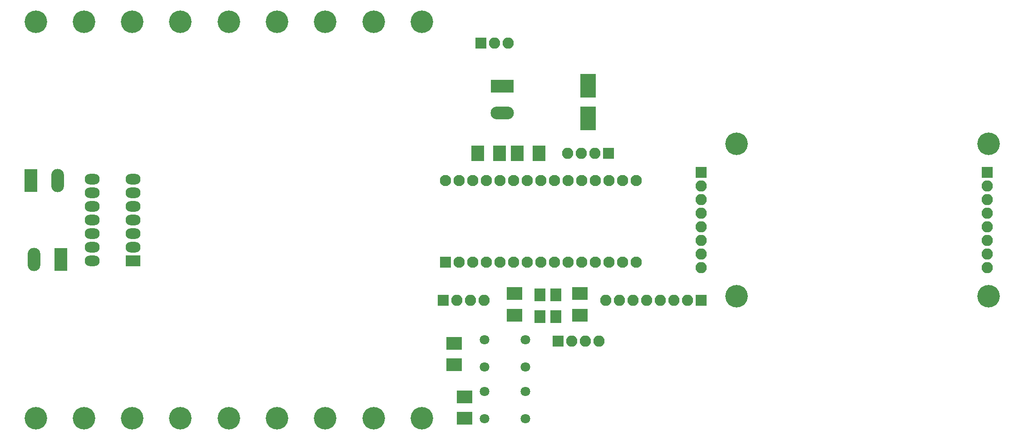
<source format=gbr>
G04 #@! TF.FileFunction,Soldermask,Top*
%FSLAX46Y46*%
G04 Gerber Fmt 4.6, Leading zero omitted, Abs format (unit mm)*
G04 Created by KiCad (PCBNEW 4.0.7-e2-6376~58~ubuntu14.04.1) date Tue Oct  3 22:56:20 2017*
%MOMM*%
%LPD*%
G01*
G04 APERTURE LIST*
%ADD10C,0.100000*%
%ADD11C,4.200000*%
%ADD12R,2.900000X4.400000*%
%ADD13R,2.100000X2.400000*%
%ADD14R,4.360000X2.380000*%
%ADD15O,4.360000X2.380000*%
%ADD16R,2.380000X4.360000*%
%ADD17O,2.380000X4.360000*%
%ADD18R,2.100000X2.100000*%
%ADD19O,2.100000X2.100000*%
%ADD20R,2.400000X2.900000*%
%ADD21R,2.900000X2.400000*%
%ADD22C,1.797000*%
%ADD23C,2.100000*%
%ADD24R,2.800000X2.000000*%
%ADD25O,2.800000X2.000000*%
G04 APERTURE END LIST*
D10*
D11*
X127000000Y-132000000D03*
X109000000Y-132000000D03*
X91000000Y-132000000D03*
X73000000Y-132000000D03*
X118000000Y-58000000D03*
X109000000Y-58000000D03*
X91000000Y-58000000D03*
X82000000Y-58000000D03*
X73000000Y-58000000D03*
D12*
X158000000Y-76050000D03*
X158000000Y-69950000D03*
D13*
X149000000Y-113000000D03*
X149000000Y-109000000D03*
X152000000Y-113000000D03*
X152000000Y-109000000D03*
D14*
X142000000Y-70000000D03*
D15*
X142000000Y-75000000D03*
D16*
X59690000Y-102362000D03*
D17*
X54690000Y-102362000D03*
D16*
X54102000Y-87630000D03*
D17*
X59102000Y-87630000D03*
D18*
X152400000Y-117602000D03*
D19*
X154940000Y-117602000D03*
X157480000Y-117602000D03*
X160020000Y-117602000D03*
D18*
X179070000Y-109982000D03*
D19*
X176530000Y-109982000D03*
X173990000Y-109982000D03*
X171450000Y-109982000D03*
X168910000Y-109982000D03*
X166370000Y-109982000D03*
X163830000Y-109982000D03*
X161290000Y-109982000D03*
D18*
X179070000Y-86106000D03*
D19*
X179070000Y-88646000D03*
X179070000Y-91186000D03*
X179070000Y-93726000D03*
X179070000Y-96266000D03*
X179070000Y-98806000D03*
X179070000Y-101346000D03*
X179070000Y-103886000D03*
D18*
X232410000Y-86106000D03*
D19*
X232410000Y-88646000D03*
X232410000Y-91186000D03*
X232410000Y-93726000D03*
X232410000Y-96266000D03*
X232410000Y-98806000D03*
X232410000Y-101346000D03*
X232410000Y-103886000D03*
D20*
X144812000Y-82550000D03*
X148812000Y-82550000D03*
X137446000Y-82550000D03*
X141446000Y-82550000D03*
D21*
X144272000Y-108744000D03*
X144272000Y-112744000D03*
X156464000Y-108744000D03*
X156464000Y-112744000D03*
X135000000Y-128000000D03*
X135000000Y-132000000D03*
X133000000Y-118000000D03*
X133000000Y-122000000D03*
D22*
X146304000Y-117348000D03*
X146304000Y-122428000D03*
X138684000Y-117348000D03*
X138684000Y-122428000D03*
X146304000Y-127000000D03*
X146304000Y-132080000D03*
X138684000Y-127000000D03*
X138684000Y-132080000D03*
D18*
X131445000Y-102870000D03*
D23*
X133985000Y-102870000D03*
X136525000Y-102870000D03*
X139065000Y-102870000D03*
X141605000Y-102870000D03*
X144145000Y-102870000D03*
X146685000Y-102870000D03*
X149225000Y-102870000D03*
X151765000Y-102870000D03*
X154305000Y-102870000D03*
X156845000Y-102870000D03*
X159385000Y-102870000D03*
X161925000Y-102870000D03*
X164465000Y-102870000D03*
X167005000Y-102870000D03*
X167005000Y-87630000D03*
X164465000Y-87630000D03*
X161925000Y-87630000D03*
X159385000Y-87630000D03*
X156845000Y-87630000D03*
X154305000Y-87630000D03*
X151765000Y-87630000D03*
X149225000Y-87630000D03*
X146685000Y-87630000D03*
X144145000Y-87630000D03*
X141605000Y-87630000D03*
X139065000Y-87630000D03*
X136525000Y-87630000D03*
X133985000Y-87630000D03*
X131445000Y-87630000D03*
D24*
X73152000Y-102616000D03*
D25*
X65532000Y-87376000D03*
X73152000Y-100076000D03*
X65532000Y-89916000D03*
X73152000Y-97536000D03*
X65532000Y-92456000D03*
X73152000Y-94996000D03*
X65532000Y-94996000D03*
X73152000Y-92456000D03*
X65532000Y-97536000D03*
X73152000Y-89916000D03*
X65532000Y-100076000D03*
X73152000Y-87376000D03*
X65532000Y-102616000D03*
D11*
X232664000Y-80772000D03*
X232664000Y-109220000D03*
X185674000Y-80772000D03*
X185674000Y-109220000D03*
D18*
X161798000Y-82550000D03*
D19*
X159258000Y-82550000D03*
X156718000Y-82550000D03*
X154178000Y-82550000D03*
D18*
X131000000Y-110000000D03*
D19*
X133540000Y-110000000D03*
X136080000Y-110000000D03*
X138620000Y-110000000D03*
D18*
X138000000Y-62000000D03*
D19*
X140540000Y-62000000D03*
X143080000Y-62000000D03*
D11*
X55000000Y-58000000D03*
X64000000Y-58000000D03*
X100000000Y-58000000D03*
X127000000Y-58000000D03*
X55000000Y-132000000D03*
X64000000Y-132000000D03*
X82000000Y-132000000D03*
X100000000Y-132000000D03*
X118000000Y-132000000D03*
M02*

</source>
